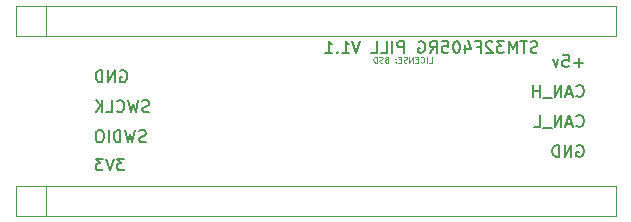
<source format=gbo>
G04 #@! TF.GenerationSoftware,KiCad,Pcbnew,(6.0.7-1)-1*
G04 #@! TF.CreationDate,2023-01-12T11:00:53-05:00*
G04 #@! TF.ProjectId,F405_pill,46343035-5f70-4696-9c6c-2e6b69636164,rev?*
G04 #@! TF.SameCoordinates,Original*
G04 #@! TF.FileFunction,Legend,Bot*
G04 #@! TF.FilePolarity,Positive*
%FSLAX46Y46*%
G04 Gerber Fmt 4.6, Leading zero omitted, Abs format (unit mm)*
G04 Created by KiCad (PCBNEW (6.0.7-1)-1) date 2023-01-12 11:00:53*
%MOMM*%
%LPD*%
G01*
G04 APERTURE LIST*
%ADD10C,0.150000*%
%ADD11C,0.080000*%
%ADD12C,0.120000*%
%ADD13C,1.524000*%
%ADD14C,0.700000*%
%ADD15O,2.100000X1.050000*%
G04 APERTURE END LIST*
D10*
X141776190Y-79704761D02*
X141633333Y-79752380D01*
X141395238Y-79752380D01*
X141300000Y-79704761D01*
X141252380Y-79657142D01*
X141204761Y-79561904D01*
X141204761Y-79466666D01*
X141252380Y-79371428D01*
X141300000Y-79323809D01*
X141395238Y-79276190D01*
X141585714Y-79228571D01*
X141680952Y-79180952D01*
X141728571Y-79133333D01*
X141776190Y-79038095D01*
X141776190Y-78942857D01*
X141728571Y-78847619D01*
X141680952Y-78800000D01*
X141585714Y-78752380D01*
X141347619Y-78752380D01*
X141204761Y-78800000D01*
X140919047Y-78752380D02*
X140347619Y-78752380D01*
X140633333Y-79752380D02*
X140633333Y-78752380D01*
X140014285Y-79752380D02*
X140014285Y-78752380D01*
X139680952Y-79466666D01*
X139347619Y-78752380D01*
X139347619Y-79752380D01*
X138966666Y-78752380D02*
X138347619Y-78752380D01*
X138680952Y-79133333D01*
X138538095Y-79133333D01*
X138442857Y-79180952D01*
X138395238Y-79228571D01*
X138347619Y-79323809D01*
X138347619Y-79561904D01*
X138395238Y-79657142D01*
X138442857Y-79704761D01*
X138538095Y-79752380D01*
X138823809Y-79752380D01*
X138919047Y-79704761D01*
X138966666Y-79657142D01*
X137966666Y-78847619D02*
X137919047Y-78800000D01*
X137823809Y-78752380D01*
X137585714Y-78752380D01*
X137490476Y-78800000D01*
X137442857Y-78847619D01*
X137395238Y-78942857D01*
X137395238Y-79038095D01*
X137442857Y-79180952D01*
X138014285Y-79752380D01*
X137395238Y-79752380D01*
X136633333Y-79228571D02*
X136966666Y-79228571D01*
X136966666Y-79752380D02*
X136966666Y-78752380D01*
X136490476Y-78752380D01*
X135680952Y-79085714D02*
X135680952Y-79752380D01*
X135919047Y-78704761D02*
X136157142Y-79419047D01*
X135538095Y-79419047D01*
X134966666Y-78752380D02*
X134871428Y-78752380D01*
X134776190Y-78800000D01*
X134728571Y-78847619D01*
X134680952Y-78942857D01*
X134633333Y-79133333D01*
X134633333Y-79371428D01*
X134680952Y-79561904D01*
X134728571Y-79657142D01*
X134776190Y-79704761D01*
X134871428Y-79752380D01*
X134966666Y-79752380D01*
X135061904Y-79704761D01*
X135109523Y-79657142D01*
X135157142Y-79561904D01*
X135204761Y-79371428D01*
X135204761Y-79133333D01*
X135157142Y-78942857D01*
X135109523Y-78847619D01*
X135061904Y-78800000D01*
X134966666Y-78752380D01*
X133728571Y-78752380D02*
X134204761Y-78752380D01*
X134252380Y-79228571D01*
X134204761Y-79180952D01*
X134109523Y-79133333D01*
X133871428Y-79133333D01*
X133776190Y-79180952D01*
X133728571Y-79228571D01*
X133680952Y-79323809D01*
X133680952Y-79561904D01*
X133728571Y-79657142D01*
X133776190Y-79704761D01*
X133871428Y-79752380D01*
X134109523Y-79752380D01*
X134204761Y-79704761D01*
X134252380Y-79657142D01*
X132680952Y-79752380D02*
X133014285Y-79276190D01*
X133252380Y-79752380D02*
X133252380Y-78752380D01*
X132871428Y-78752380D01*
X132776190Y-78800000D01*
X132728571Y-78847619D01*
X132680952Y-78942857D01*
X132680952Y-79085714D01*
X132728571Y-79180952D01*
X132776190Y-79228571D01*
X132871428Y-79276190D01*
X133252380Y-79276190D01*
X131728571Y-78800000D02*
X131823809Y-78752380D01*
X131966666Y-78752380D01*
X132109523Y-78800000D01*
X132204761Y-78895238D01*
X132252380Y-78990476D01*
X132300000Y-79180952D01*
X132300000Y-79323809D01*
X132252380Y-79514285D01*
X132204761Y-79609523D01*
X132109523Y-79704761D01*
X131966666Y-79752380D01*
X131871428Y-79752380D01*
X131728571Y-79704761D01*
X131680952Y-79657142D01*
X131680952Y-79323809D01*
X131871428Y-79323809D01*
X130490476Y-79752380D02*
X130490476Y-78752380D01*
X130109523Y-78752380D01*
X130014285Y-78800000D01*
X129966666Y-78847619D01*
X129919047Y-78942857D01*
X129919047Y-79085714D01*
X129966666Y-79180952D01*
X130014285Y-79228571D01*
X130109523Y-79276190D01*
X130490476Y-79276190D01*
X129490476Y-79752380D02*
X129490476Y-78752380D01*
X128538095Y-79752380D02*
X129014285Y-79752380D01*
X129014285Y-78752380D01*
X127728571Y-79752380D02*
X128204761Y-79752380D01*
X128204761Y-78752380D01*
X126776190Y-78752380D02*
X126442857Y-79752380D01*
X126109523Y-78752380D01*
X125252380Y-79752380D02*
X125823809Y-79752380D01*
X125538095Y-79752380D02*
X125538095Y-78752380D01*
X125633333Y-78895238D01*
X125728571Y-78990476D01*
X125823809Y-79038095D01*
X124823809Y-79657142D02*
X124776190Y-79704761D01*
X124823809Y-79752380D01*
X124871428Y-79704761D01*
X124823809Y-79657142D01*
X124823809Y-79752380D01*
X123823809Y-79752380D02*
X124395238Y-79752380D01*
X124109523Y-79752380D02*
X124109523Y-78752380D01*
X124204761Y-78895238D01*
X124300000Y-78990476D01*
X124395238Y-79038095D01*
X108626071Y-87264761D02*
X108483214Y-87312380D01*
X108245119Y-87312380D01*
X108149880Y-87264761D01*
X108102261Y-87217142D01*
X108054642Y-87121904D01*
X108054642Y-87026666D01*
X108102261Y-86931428D01*
X108149880Y-86883809D01*
X108245119Y-86836190D01*
X108435595Y-86788571D01*
X108530833Y-86740952D01*
X108578452Y-86693333D01*
X108626071Y-86598095D01*
X108626071Y-86502857D01*
X108578452Y-86407619D01*
X108530833Y-86360000D01*
X108435595Y-86312380D01*
X108197500Y-86312380D01*
X108054642Y-86360000D01*
X107721309Y-86312380D02*
X107483214Y-87312380D01*
X107292738Y-86598095D01*
X107102261Y-87312380D01*
X106864166Y-86312380D01*
X106483214Y-87312380D02*
X106483214Y-86312380D01*
X106245119Y-86312380D01*
X106102261Y-86360000D01*
X106007023Y-86455238D01*
X105959404Y-86550476D01*
X105911785Y-86740952D01*
X105911785Y-86883809D01*
X105959404Y-87074285D01*
X106007023Y-87169523D01*
X106102261Y-87264761D01*
X106245119Y-87312380D01*
X106483214Y-87312380D01*
X105483214Y-87312380D02*
X105483214Y-86312380D01*
X104816547Y-86312380D02*
X104626071Y-86312380D01*
X104530833Y-86360000D01*
X104435595Y-86455238D01*
X104387976Y-86645714D01*
X104387976Y-86979047D01*
X104435595Y-87169523D01*
X104530833Y-87264761D01*
X104626071Y-87312380D01*
X104816547Y-87312380D01*
X104911785Y-87264761D01*
X105007023Y-87169523D01*
X105054642Y-86979047D01*
X105054642Y-86645714D01*
X105007023Y-86455238D01*
X104911785Y-86360000D01*
X104816547Y-86312380D01*
X106816547Y-88712380D02*
X106197500Y-88712380D01*
X106530833Y-89093333D01*
X106387976Y-89093333D01*
X106292738Y-89140952D01*
X106245119Y-89188571D01*
X106197500Y-89283809D01*
X106197500Y-89521904D01*
X106245119Y-89617142D01*
X106292738Y-89664761D01*
X106387976Y-89712380D01*
X106673690Y-89712380D01*
X106768928Y-89664761D01*
X106816547Y-89617142D01*
X105911785Y-88712380D02*
X105578452Y-89712380D01*
X105245119Y-88712380D01*
X105007023Y-88712380D02*
X104387976Y-88712380D01*
X104721309Y-89093333D01*
X104578452Y-89093333D01*
X104483214Y-89140952D01*
X104435595Y-89188571D01*
X104387976Y-89283809D01*
X104387976Y-89521904D01*
X104435595Y-89617142D01*
X104483214Y-89664761D01*
X104578452Y-89712380D01*
X104864166Y-89712380D01*
X104959404Y-89664761D01*
X105007023Y-89617142D01*
X108911785Y-84724761D02*
X108768928Y-84772380D01*
X108530833Y-84772380D01*
X108435595Y-84724761D01*
X108387976Y-84677142D01*
X108340357Y-84581904D01*
X108340357Y-84486666D01*
X108387976Y-84391428D01*
X108435595Y-84343809D01*
X108530833Y-84296190D01*
X108721309Y-84248571D01*
X108816547Y-84200952D01*
X108864166Y-84153333D01*
X108911785Y-84058095D01*
X108911785Y-83962857D01*
X108864166Y-83867619D01*
X108816547Y-83820000D01*
X108721309Y-83772380D01*
X108483214Y-83772380D01*
X108340357Y-83820000D01*
X108007023Y-83772380D02*
X107768928Y-84772380D01*
X107578452Y-84058095D01*
X107387976Y-84772380D01*
X107149880Y-83772380D01*
X106197500Y-84677142D02*
X106245119Y-84724761D01*
X106387976Y-84772380D01*
X106483214Y-84772380D01*
X106626071Y-84724761D01*
X106721309Y-84629523D01*
X106768928Y-84534285D01*
X106816547Y-84343809D01*
X106816547Y-84200952D01*
X106768928Y-84010476D01*
X106721309Y-83915238D01*
X106626071Y-83820000D01*
X106483214Y-83772380D01*
X106387976Y-83772380D01*
X106245119Y-83820000D01*
X106197500Y-83867619D01*
X105292738Y-84772380D02*
X105768928Y-84772380D01*
X105768928Y-83772380D01*
X104959404Y-84772380D02*
X104959404Y-83772380D01*
X104387976Y-84772380D02*
X104816547Y-84200952D01*
X104387976Y-83772380D02*
X104959404Y-84343809D01*
X145140595Y-87620000D02*
X145235833Y-87572380D01*
X145378690Y-87572380D01*
X145521547Y-87620000D01*
X145616785Y-87715238D01*
X145664404Y-87810476D01*
X145712023Y-88000952D01*
X145712023Y-88143809D01*
X145664404Y-88334285D01*
X145616785Y-88429523D01*
X145521547Y-88524761D01*
X145378690Y-88572380D01*
X145283452Y-88572380D01*
X145140595Y-88524761D01*
X145092976Y-88477142D01*
X145092976Y-88143809D01*
X145283452Y-88143809D01*
X144664404Y-88572380D02*
X144664404Y-87572380D01*
X144092976Y-88572380D01*
X144092976Y-87572380D01*
X143616785Y-88572380D02*
X143616785Y-87572380D01*
X143378690Y-87572380D01*
X143235833Y-87620000D01*
X143140595Y-87715238D01*
X143092976Y-87810476D01*
X143045357Y-88000952D01*
X143045357Y-88143809D01*
X143092976Y-88334285D01*
X143140595Y-88429523D01*
X143235833Y-88524761D01*
X143378690Y-88572380D01*
X143616785Y-88572380D01*
X145664404Y-80571428D02*
X144902500Y-80571428D01*
X145283452Y-80952380D02*
X145283452Y-80190476D01*
X143950119Y-79952380D02*
X144426309Y-79952380D01*
X144473928Y-80428571D01*
X144426309Y-80380952D01*
X144331071Y-80333333D01*
X144092976Y-80333333D01*
X143997738Y-80380952D01*
X143950119Y-80428571D01*
X143902500Y-80523809D01*
X143902500Y-80761904D01*
X143950119Y-80857142D01*
X143997738Y-80904761D01*
X144092976Y-80952380D01*
X144331071Y-80952380D01*
X144426309Y-80904761D01*
X144473928Y-80857142D01*
X143569166Y-80285714D02*
X143331071Y-80952380D01*
X143092976Y-80285714D01*
X145092976Y-85937142D02*
X145140595Y-85984761D01*
X145283452Y-86032380D01*
X145378690Y-86032380D01*
X145521547Y-85984761D01*
X145616785Y-85889523D01*
X145664404Y-85794285D01*
X145712023Y-85603809D01*
X145712023Y-85460952D01*
X145664404Y-85270476D01*
X145616785Y-85175238D01*
X145521547Y-85080000D01*
X145378690Y-85032380D01*
X145283452Y-85032380D01*
X145140595Y-85080000D01*
X145092976Y-85127619D01*
X144712023Y-85746666D02*
X144235833Y-85746666D01*
X144807261Y-86032380D02*
X144473928Y-85032380D01*
X144140595Y-86032380D01*
X143807261Y-86032380D02*
X143807261Y-85032380D01*
X143235833Y-86032380D01*
X143235833Y-85032380D01*
X142997738Y-86127619D02*
X142235833Y-86127619D01*
X141521547Y-86032380D02*
X141997738Y-86032380D01*
X141997738Y-85032380D01*
X106483214Y-81280000D02*
X106578452Y-81232380D01*
X106721309Y-81232380D01*
X106864166Y-81280000D01*
X106959404Y-81375238D01*
X107007023Y-81470476D01*
X107054642Y-81660952D01*
X107054642Y-81803809D01*
X107007023Y-81994285D01*
X106959404Y-82089523D01*
X106864166Y-82184761D01*
X106721309Y-82232380D01*
X106626071Y-82232380D01*
X106483214Y-82184761D01*
X106435595Y-82137142D01*
X106435595Y-81803809D01*
X106626071Y-81803809D01*
X106007023Y-82232380D02*
X106007023Y-81232380D01*
X105435595Y-82232380D01*
X105435595Y-81232380D01*
X104959404Y-82232380D02*
X104959404Y-81232380D01*
X104721309Y-81232380D01*
X104578452Y-81280000D01*
X104483214Y-81375238D01*
X104435595Y-81470476D01*
X104387976Y-81660952D01*
X104387976Y-81803809D01*
X104435595Y-81994285D01*
X104483214Y-82089523D01*
X104578452Y-82184761D01*
X104721309Y-82232380D01*
X104959404Y-82232380D01*
D11*
X132594285Y-80576190D02*
X132832380Y-80576190D01*
X132832380Y-80076190D01*
X132427619Y-80576190D02*
X132427619Y-80076190D01*
X131903809Y-80528571D02*
X131927619Y-80552380D01*
X131999047Y-80576190D01*
X132046666Y-80576190D01*
X132118095Y-80552380D01*
X132165714Y-80504761D01*
X132189523Y-80457142D01*
X132213333Y-80361904D01*
X132213333Y-80290476D01*
X132189523Y-80195238D01*
X132165714Y-80147619D01*
X132118095Y-80100000D01*
X132046666Y-80076190D01*
X131999047Y-80076190D01*
X131927619Y-80100000D01*
X131903809Y-80123809D01*
X131689523Y-80314285D02*
X131522857Y-80314285D01*
X131451428Y-80576190D02*
X131689523Y-80576190D01*
X131689523Y-80076190D01*
X131451428Y-80076190D01*
X131237142Y-80576190D02*
X131237142Y-80076190D01*
X130951428Y-80576190D01*
X130951428Y-80076190D01*
X130737142Y-80552380D02*
X130665714Y-80576190D01*
X130546666Y-80576190D01*
X130499047Y-80552380D01*
X130475238Y-80528571D01*
X130451428Y-80480952D01*
X130451428Y-80433333D01*
X130475238Y-80385714D01*
X130499047Y-80361904D01*
X130546666Y-80338095D01*
X130641904Y-80314285D01*
X130689523Y-80290476D01*
X130713333Y-80266666D01*
X130737142Y-80219047D01*
X130737142Y-80171428D01*
X130713333Y-80123809D01*
X130689523Y-80100000D01*
X130641904Y-80076190D01*
X130522857Y-80076190D01*
X130451428Y-80100000D01*
X130237142Y-80314285D02*
X130070476Y-80314285D01*
X129999047Y-80576190D02*
X130237142Y-80576190D01*
X130237142Y-80076190D01*
X129999047Y-80076190D01*
X129784761Y-80528571D02*
X129760952Y-80552380D01*
X129784761Y-80576190D01*
X129808571Y-80552380D01*
X129784761Y-80528571D01*
X129784761Y-80576190D01*
X129784761Y-80266666D02*
X129760952Y-80290476D01*
X129784761Y-80314285D01*
X129808571Y-80290476D01*
X129784761Y-80266666D01*
X129784761Y-80314285D01*
X128999047Y-80314285D02*
X128927619Y-80338095D01*
X128903809Y-80361904D01*
X128880000Y-80409523D01*
X128880000Y-80480952D01*
X128903809Y-80528571D01*
X128927619Y-80552380D01*
X128975238Y-80576190D01*
X129165714Y-80576190D01*
X129165714Y-80076190D01*
X128999047Y-80076190D01*
X128951428Y-80100000D01*
X128927619Y-80123809D01*
X128903809Y-80171428D01*
X128903809Y-80219047D01*
X128927619Y-80266666D01*
X128951428Y-80290476D01*
X128999047Y-80314285D01*
X129165714Y-80314285D01*
X128689523Y-80552380D02*
X128618095Y-80576190D01*
X128499047Y-80576190D01*
X128451428Y-80552380D01*
X128427619Y-80528571D01*
X128403809Y-80480952D01*
X128403809Y-80433333D01*
X128427619Y-80385714D01*
X128451428Y-80361904D01*
X128499047Y-80338095D01*
X128594285Y-80314285D01*
X128641904Y-80290476D01*
X128665714Y-80266666D01*
X128689523Y-80219047D01*
X128689523Y-80171428D01*
X128665714Y-80123809D01*
X128641904Y-80100000D01*
X128594285Y-80076190D01*
X128475238Y-80076190D01*
X128403809Y-80100000D01*
X128189523Y-80576190D02*
X128189523Y-80076190D01*
X128070476Y-80076190D01*
X127999047Y-80100000D01*
X127951428Y-80147619D01*
X127927619Y-80195238D01*
X127903809Y-80290476D01*
X127903809Y-80361904D01*
X127927619Y-80457142D01*
X127951428Y-80504761D01*
X127999047Y-80552380D01*
X128070476Y-80576190D01*
X128189523Y-80576190D01*
D10*
X145092976Y-83397142D02*
X145140595Y-83444761D01*
X145283452Y-83492380D01*
X145378690Y-83492380D01*
X145521547Y-83444761D01*
X145616785Y-83349523D01*
X145664404Y-83254285D01*
X145712023Y-83063809D01*
X145712023Y-82920952D01*
X145664404Y-82730476D01*
X145616785Y-82635238D01*
X145521547Y-82540000D01*
X145378690Y-82492380D01*
X145283452Y-82492380D01*
X145140595Y-82540000D01*
X145092976Y-82587619D01*
X144712023Y-83206666D02*
X144235833Y-83206666D01*
X144807261Y-83492380D02*
X144473928Y-82492380D01*
X144140595Y-83492380D01*
X143807261Y-83492380D02*
X143807261Y-82492380D01*
X143235833Y-83492380D01*
X143235833Y-82492380D01*
X142997738Y-83587619D02*
X142235833Y-83587619D01*
X141997738Y-83492380D02*
X141997738Y-82492380D01*
X141997738Y-82968571D02*
X141426309Y-82968571D01*
X141426309Y-83492380D02*
X141426309Y-82492380D01*
D12*
X97617000Y-93567000D02*
X148417000Y-93567000D01*
X148417000Y-93567000D02*
X148417000Y-91027000D01*
X148417000Y-91027000D02*
X97617000Y-91027000D01*
X97617000Y-91027000D02*
X97617000Y-93567000D01*
X97617000Y-78327000D02*
X100157000Y-78327000D01*
X100157000Y-78327000D02*
X100157000Y-75787000D01*
X100157000Y-75787000D02*
X97617000Y-75787000D01*
X97617000Y-75787000D02*
X97617000Y-78327000D01*
X97617000Y-78327000D02*
X148417000Y-78327000D01*
X148417000Y-78327000D02*
X148417000Y-75787000D01*
X148417000Y-75787000D02*
X97617000Y-75787000D01*
X97617000Y-75787000D02*
X97617000Y-78327000D01*
X97617000Y-93567000D02*
X100157000Y-93567000D01*
X100157000Y-93567000D02*
X100157000Y-91027000D01*
X100157000Y-91027000D02*
X97617000Y-91027000D01*
X97617000Y-91027000D02*
X97617000Y-93567000D01*
%LPC*%
D13*
X146982000Y-88222000D03*
X146982000Y-85682000D03*
X146982000Y-83142000D03*
X146982000Y-80602000D03*
X127090000Y-81120000D03*
X127090000Y-83660000D03*
X127090000Y-89310000D03*
X127090000Y-86770000D03*
X147147000Y-77057000D03*
X144607000Y-77057000D03*
X142067000Y-77057000D03*
X139527000Y-77057000D03*
X136987000Y-77057000D03*
X134447000Y-77057000D03*
X131907000Y-77057000D03*
X129367000Y-77057000D03*
X126827000Y-77057000D03*
X124287000Y-77057000D03*
X121747000Y-77057000D03*
X119207000Y-77057000D03*
X116667000Y-77057000D03*
X114127000Y-77057000D03*
X111587000Y-77057000D03*
X109047000Y-77057000D03*
X106507000Y-77057000D03*
X103967000Y-77057000D03*
X101427000Y-77057000D03*
X98887000Y-77057000D03*
X98887000Y-92297000D03*
X101427000Y-92297000D03*
X103967000Y-92297000D03*
X106507000Y-92297000D03*
X109047000Y-92297000D03*
X111587000Y-92297000D03*
X114103395Y-92306993D03*
X116667000Y-92297000D03*
X119207000Y-92297000D03*
X121747000Y-92297000D03*
X124287000Y-92297000D03*
X126827000Y-92297000D03*
X129367000Y-92297000D03*
X131907000Y-92297000D03*
X134447000Y-92297000D03*
X136987000Y-92297000D03*
X139527000Y-92297000D03*
X142067000Y-92297000D03*
X144607000Y-92297000D03*
X147147000Y-92297000D03*
X102882000Y-81502000D03*
X102882000Y-84042000D03*
X102882000Y-86582000D03*
X102882000Y-89122000D03*
D14*
X99332000Y-87602000D03*
X99332000Y-81822000D03*
D15*
X99862000Y-80392000D03*
X99862000Y-89032000D03*
X95682000Y-80392000D03*
X95682000Y-89032000D03*
M02*

</source>
